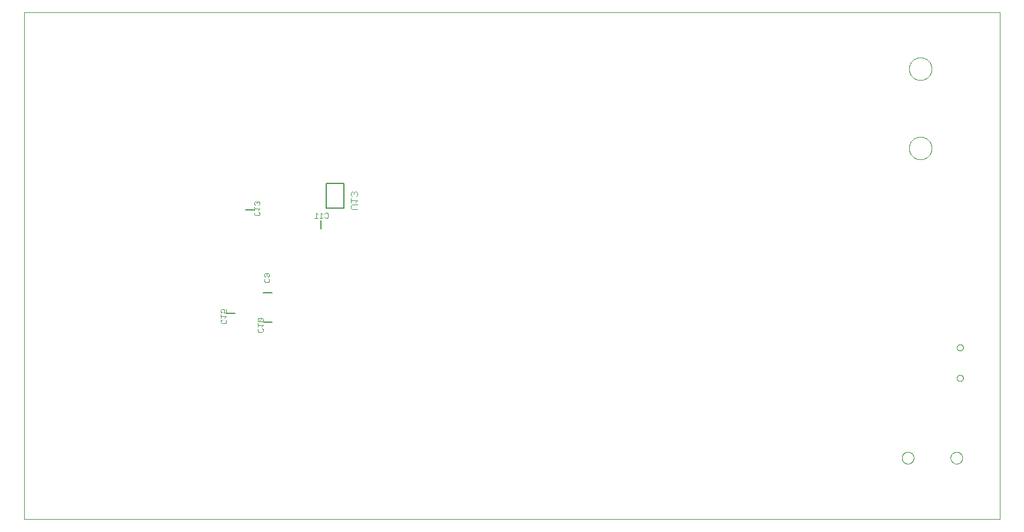
<source format=gbo>
G75*
%MOIN*%
%OFA0B0*%
%FSLAX25Y25*%
%IPPOS*%
%LPD*%
%AMOC8*
5,1,8,0,0,1.08239X$1,22.5*
%
%ADD10C,0.00000*%
%ADD11C,0.00500*%
%ADD12C,0.00300*%
D10*
X0001000Y0022394D02*
X0001000Y0309795D01*
X0553100Y0309795D01*
X0553100Y0022394D01*
X0001000Y0022394D01*
X0497754Y0057257D02*
X0497756Y0057372D01*
X0497762Y0057488D01*
X0497772Y0057603D01*
X0497786Y0057718D01*
X0497804Y0057832D01*
X0497826Y0057945D01*
X0497851Y0058058D01*
X0497881Y0058169D01*
X0497914Y0058280D01*
X0497951Y0058389D01*
X0497992Y0058497D01*
X0498037Y0058604D01*
X0498085Y0058709D01*
X0498137Y0058812D01*
X0498193Y0058913D01*
X0498252Y0059013D01*
X0498314Y0059110D01*
X0498380Y0059205D01*
X0498448Y0059298D01*
X0498520Y0059388D01*
X0498595Y0059476D01*
X0498674Y0059561D01*
X0498755Y0059643D01*
X0498838Y0059723D01*
X0498925Y0059799D01*
X0499014Y0059873D01*
X0499105Y0059943D01*
X0499199Y0060011D01*
X0499295Y0060075D01*
X0499394Y0060135D01*
X0499494Y0060192D01*
X0499596Y0060246D01*
X0499700Y0060296D01*
X0499806Y0060343D01*
X0499913Y0060386D01*
X0500022Y0060425D01*
X0500132Y0060460D01*
X0500243Y0060491D01*
X0500355Y0060519D01*
X0500468Y0060543D01*
X0500582Y0060563D01*
X0500697Y0060579D01*
X0500812Y0060591D01*
X0500927Y0060599D01*
X0501042Y0060603D01*
X0501158Y0060603D01*
X0501273Y0060599D01*
X0501388Y0060591D01*
X0501503Y0060579D01*
X0501618Y0060563D01*
X0501732Y0060543D01*
X0501845Y0060519D01*
X0501957Y0060491D01*
X0502068Y0060460D01*
X0502178Y0060425D01*
X0502287Y0060386D01*
X0502394Y0060343D01*
X0502500Y0060296D01*
X0502604Y0060246D01*
X0502706Y0060192D01*
X0502806Y0060135D01*
X0502905Y0060075D01*
X0503001Y0060011D01*
X0503095Y0059943D01*
X0503186Y0059873D01*
X0503275Y0059799D01*
X0503362Y0059723D01*
X0503445Y0059643D01*
X0503526Y0059561D01*
X0503605Y0059476D01*
X0503680Y0059388D01*
X0503752Y0059298D01*
X0503820Y0059205D01*
X0503886Y0059110D01*
X0503948Y0059013D01*
X0504007Y0058913D01*
X0504063Y0058812D01*
X0504115Y0058709D01*
X0504163Y0058604D01*
X0504208Y0058497D01*
X0504249Y0058389D01*
X0504286Y0058280D01*
X0504319Y0058169D01*
X0504349Y0058058D01*
X0504374Y0057945D01*
X0504396Y0057832D01*
X0504414Y0057718D01*
X0504428Y0057603D01*
X0504438Y0057488D01*
X0504444Y0057372D01*
X0504446Y0057257D01*
X0504444Y0057142D01*
X0504438Y0057026D01*
X0504428Y0056911D01*
X0504414Y0056796D01*
X0504396Y0056682D01*
X0504374Y0056569D01*
X0504349Y0056456D01*
X0504319Y0056345D01*
X0504286Y0056234D01*
X0504249Y0056125D01*
X0504208Y0056017D01*
X0504163Y0055910D01*
X0504115Y0055805D01*
X0504063Y0055702D01*
X0504007Y0055601D01*
X0503948Y0055501D01*
X0503886Y0055404D01*
X0503820Y0055309D01*
X0503752Y0055216D01*
X0503680Y0055126D01*
X0503605Y0055038D01*
X0503526Y0054953D01*
X0503445Y0054871D01*
X0503362Y0054791D01*
X0503275Y0054715D01*
X0503186Y0054641D01*
X0503095Y0054571D01*
X0503001Y0054503D01*
X0502905Y0054439D01*
X0502806Y0054379D01*
X0502706Y0054322D01*
X0502604Y0054268D01*
X0502500Y0054218D01*
X0502394Y0054171D01*
X0502287Y0054128D01*
X0502178Y0054089D01*
X0502068Y0054054D01*
X0501957Y0054023D01*
X0501845Y0053995D01*
X0501732Y0053971D01*
X0501618Y0053951D01*
X0501503Y0053935D01*
X0501388Y0053923D01*
X0501273Y0053915D01*
X0501158Y0053911D01*
X0501042Y0053911D01*
X0500927Y0053915D01*
X0500812Y0053923D01*
X0500697Y0053935D01*
X0500582Y0053951D01*
X0500468Y0053971D01*
X0500355Y0053995D01*
X0500243Y0054023D01*
X0500132Y0054054D01*
X0500022Y0054089D01*
X0499913Y0054128D01*
X0499806Y0054171D01*
X0499700Y0054218D01*
X0499596Y0054268D01*
X0499494Y0054322D01*
X0499394Y0054379D01*
X0499295Y0054439D01*
X0499199Y0054503D01*
X0499105Y0054571D01*
X0499014Y0054641D01*
X0498925Y0054715D01*
X0498838Y0054791D01*
X0498755Y0054871D01*
X0498674Y0054953D01*
X0498595Y0055038D01*
X0498520Y0055126D01*
X0498448Y0055216D01*
X0498380Y0055309D01*
X0498314Y0055404D01*
X0498252Y0055501D01*
X0498193Y0055601D01*
X0498137Y0055702D01*
X0498085Y0055805D01*
X0498037Y0055910D01*
X0497992Y0056017D01*
X0497951Y0056125D01*
X0497914Y0056234D01*
X0497881Y0056345D01*
X0497851Y0056456D01*
X0497826Y0056569D01*
X0497804Y0056682D01*
X0497786Y0056796D01*
X0497772Y0056911D01*
X0497762Y0057026D01*
X0497756Y0057142D01*
X0497754Y0057257D01*
X0525313Y0057257D02*
X0525315Y0057372D01*
X0525321Y0057488D01*
X0525331Y0057603D01*
X0525345Y0057718D01*
X0525363Y0057832D01*
X0525385Y0057945D01*
X0525410Y0058058D01*
X0525440Y0058169D01*
X0525473Y0058280D01*
X0525510Y0058389D01*
X0525551Y0058497D01*
X0525596Y0058604D01*
X0525644Y0058709D01*
X0525696Y0058812D01*
X0525752Y0058913D01*
X0525811Y0059013D01*
X0525873Y0059110D01*
X0525939Y0059205D01*
X0526007Y0059298D01*
X0526079Y0059388D01*
X0526154Y0059476D01*
X0526233Y0059561D01*
X0526314Y0059643D01*
X0526397Y0059723D01*
X0526484Y0059799D01*
X0526573Y0059873D01*
X0526664Y0059943D01*
X0526758Y0060011D01*
X0526854Y0060075D01*
X0526953Y0060135D01*
X0527053Y0060192D01*
X0527155Y0060246D01*
X0527259Y0060296D01*
X0527365Y0060343D01*
X0527472Y0060386D01*
X0527581Y0060425D01*
X0527691Y0060460D01*
X0527802Y0060491D01*
X0527914Y0060519D01*
X0528027Y0060543D01*
X0528141Y0060563D01*
X0528256Y0060579D01*
X0528371Y0060591D01*
X0528486Y0060599D01*
X0528601Y0060603D01*
X0528717Y0060603D01*
X0528832Y0060599D01*
X0528947Y0060591D01*
X0529062Y0060579D01*
X0529177Y0060563D01*
X0529291Y0060543D01*
X0529404Y0060519D01*
X0529516Y0060491D01*
X0529627Y0060460D01*
X0529737Y0060425D01*
X0529846Y0060386D01*
X0529953Y0060343D01*
X0530059Y0060296D01*
X0530163Y0060246D01*
X0530265Y0060192D01*
X0530365Y0060135D01*
X0530464Y0060075D01*
X0530560Y0060011D01*
X0530654Y0059943D01*
X0530745Y0059873D01*
X0530834Y0059799D01*
X0530921Y0059723D01*
X0531004Y0059643D01*
X0531085Y0059561D01*
X0531164Y0059476D01*
X0531239Y0059388D01*
X0531311Y0059298D01*
X0531379Y0059205D01*
X0531445Y0059110D01*
X0531507Y0059013D01*
X0531566Y0058913D01*
X0531622Y0058812D01*
X0531674Y0058709D01*
X0531722Y0058604D01*
X0531767Y0058497D01*
X0531808Y0058389D01*
X0531845Y0058280D01*
X0531878Y0058169D01*
X0531908Y0058058D01*
X0531933Y0057945D01*
X0531955Y0057832D01*
X0531973Y0057718D01*
X0531987Y0057603D01*
X0531997Y0057488D01*
X0532003Y0057372D01*
X0532005Y0057257D01*
X0532003Y0057142D01*
X0531997Y0057026D01*
X0531987Y0056911D01*
X0531973Y0056796D01*
X0531955Y0056682D01*
X0531933Y0056569D01*
X0531908Y0056456D01*
X0531878Y0056345D01*
X0531845Y0056234D01*
X0531808Y0056125D01*
X0531767Y0056017D01*
X0531722Y0055910D01*
X0531674Y0055805D01*
X0531622Y0055702D01*
X0531566Y0055601D01*
X0531507Y0055501D01*
X0531445Y0055404D01*
X0531379Y0055309D01*
X0531311Y0055216D01*
X0531239Y0055126D01*
X0531164Y0055038D01*
X0531085Y0054953D01*
X0531004Y0054871D01*
X0530921Y0054791D01*
X0530834Y0054715D01*
X0530745Y0054641D01*
X0530654Y0054571D01*
X0530560Y0054503D01*
X0530464Y0054439D01*
X0530365Y0054379D01*
X0530265Y0054322D01*
X0530163Y0054268D01*
X0530059Y0054218D01*
X0529953Y0054171D01*
X0529846Y0054128D01*
X0529737Y0054089D01*
X0529627Y0054054D01*
X0529516Y0054023D01*
X0529404Y0053995D01*
X0529291Y0053971D01*
X0529177Y0053951D01*
X0529062Y0053935D01*
X0528947Y0053923D01*
X0528832Y0053915D01*
X0528717Y0053911D01*
X0528601Y0053911D01*
X0528486Y0053915D01*
X0528371Y0053923D01*
X0528256Y0053935D01*
X0528141Y0053951D01*
X0528027Y0053971D01*
X0527914Y0053995D01*
X0527802Y0054023D01*
X0527691Y0054054D01*
X0527581Y0054089D01*
X0527472Y0054128D01*
X0527365Y0054171D01*
X0527259Y0054218D01*
X0527155Y0054268D01*
X0527053Y0054322D01*
X0526953Y0054379D01*
X0526854Y0054439D01*
X0526758Y0054503D01*
X0526664Y0054571D01*
X0526573Y0054641D01*
X0526484Y0054715D01*
X0526397Y0054791D01*
X0526314Y0054871D01*
X0526233Y0054953D01*
X0526154Y0055038D01*
X0526079Y0055126D01*
X0526007Y0055216D01*
X0525939Y0055309D01*
X0525873Y0055404D01*
X0525811Y0055501D01*
X0525752Y0055601D01*
X0525696Y0055702D01*
X0525644Y0055805D01*
X0525596Y0055910D01*
X0525551Y0056017D01*
X0525510Y0056125D01*
X0525473Y0056234D01*
X0525440Y0056345D01*
X0525410Y0056456D01*
X0525385Y0056569D01*
X0525363Y0056682D01*
X0525345Y0056796D01*
X0525331Y0056911D01*
X0525321Y0057026D01*
X0525315Y0057142D01*
X0525313Y0057257D01*
X0528850Y0102486D02*
X0528852Y0102570D01*
X0528858Y0102653D01*
X0528868Y0102736D01*
X0528882Y0102819D01*
X0528899Y0102901D01*
X0528921Y0102982D01*
X0528946Y0103061D01*
X0528975Y0103140D01*
X0529008Y0103217D01*
X0529044Y0103292D01*
X0529084Y0103366D01*
X0529127Y0103438D01*
X0529174Y0103507D01*
X0529224Y0103574D01*
X0529277Y0103639D01*
X0529333Y0103701D01*
X0529391Y0103761D01*
X0529453Y0103818D01*
X0529517Y0103871D01*
X0529584Y0103922D01*
X0529653Y0103969D01*
X0529724Y0104014D01*
X0529797Y0104054D01*
X0529872Y0104091D01*
X0529949Y0104125D01*
X0530027Y0104155D01*
X0530106Y0104181D01*
X0530187Y0104204D01*
X0530269Y0104222D01*
X0530351Y0104237D01*
X0530434Y0104248D01*
X0530517Y0104255D01*
X0530601Y0104258D01*
X0530685Y0104257D01*
X0530768Y0104252D01*
X0530852Y0104243D01*
X0530934Y0104230D01*
X0531016Y0104214D01*
X0531097Y0104193D01*
X0531178Y0104169D01*
X0531256Y0104141D01*
X0531334Y0104109D01*
X0531410Y0104073D01*
X0531484Y0104034D01*
X0531556Y0103992D01*
X0531626Y0103946D01*
X0531694Y0103897D01*
X0531759Y0103845D01*
X0531822Y0103790D01*
X0531882Y0103732D01*
X0531940Y0103671D01*
X0531994Y0103607D01*
X0532046Y0103541D01*
X0532094Y0103473D01*
X0532139Y0103402D01*
X0532180Y0103329D01*
X0532219Y0103255D01*
X0532253Y0103179D01*
X0532284Y0103101D01*
X0532311Y0103022D01*
X0532335Y0102941D01*
X0532354Y0102860D01*
X0532370Y0102778D01*
X0532382Y0102695D01*
X0532390Y0102611D01*
X0532394Y0102528D01*
X0532394Y0102444D01*
X0532390Y0102361D01*
X0532382Y0102277D01*
X0532370Y0102194D01*
X0532354Y0102112D01*
X0532335Y0102031D01*
X0532311Y0101950D01*
X0532284Y0101871D01*
X0532253Y0101793D01*
X0532219Y0101717D01*
X0532180Y0101643D01*
X0532139Y0101570D01*
X0532094Y0101499D01*
X0532046Y0101431D01*
X0531994Y0101365D01*
X0531940Y0101301D01*
X0531882Y0101240D01*
X0531822Y0101182D01*
X0531759Y0101127D01*
X0531694Y0101075D01*
X0531626Y0101026D01*
X0531556Y0100980D01*
X0531484Y0100938D01*
X0531410Y0100899D01*
X0531334Y0100863D01*
X0531256Y0100831D01*
X0531178Y0100803D01*
X0531097Y0100779D01*
X0531016Y0100758D01*
X0530934Y0100742D01*
X0530852Y0100729D01*
X0530768Y0100720D01*
X0530685Y0100715D01*
X0530601Y0100714D01*
X0530517Y0100717D01*
X0530434Y0100724D01*
X0530351Y0100735D01*
X0530269Y0100750D01*
X0530187Y0100768D01*
X0530106Y0100791D01*
X0530027Y0100817D01*
X0529949Y0100847D01*
X0529872Y0100881D01*
X0529797Y0100918D01*
X0529724Y0100958D01*
X0529653Y0101003D01*
X0529584Y0101050D01*
X0529517Y0101101D01*
X0529453Y0101154D01*
X0529391Y0101211D01*
X0529333Y0101271D01*
X0529277Y0101333D01*
X0529224Y0101398D01*
X0529174Y0101465D01*
X0529127Y0101534D01*
X0529084Y0101606D01*
X0529044Y0101680D01*
X0529008Y0101755D01*
X0528975Y0101832D01*
X0528946Y0101911D01*
X0528921Y0101990D01*
X0528899Y0102071D01*
X0528882Y0102153D01*
X0528868Y0102236D01*
X0528858Y0102319D01*
X0528852Y0102402D01*
X0528850Y0102486D01*
X0528850Y0119809D02*
X0528852Y0119893D01*
X0528858Y0119976D01*
X0528868Y0120059D01*
X0528882Y0120142D01*
X0528899Y0120224D01*
X0528921Y0120305D01*
X0528946Y0120384D01*
X0528975Y0120463D01*
X0529008Y0120540D01*
X0529044Y0120615D01*
X0529084Y0120689D01*
X0529127Y0120761D01*
X0529174Y0120830D01*
X0529224Y0120897D01*
X0529277Y0120962D01*
X0529333Y0121024D01*
X0529391Y0121084D01*
X0529453Y0121141D01*
X0529517Y0121194D01*
X0529584Y0121245D01*
X0529653Y0121292D01*
X0529724Y0121337D01*
X0529797Y0121377D01*
X0529872Y0121414D01*
X0529949Y0121448D01*
X0530027Y0121478D01*
X0530106Y0121504D01*
X0530187Y0121527D01*
X0530269Y0121545D01*
X0530351Y0121560D01*
X0530434Y0121571D01*
X0530517Y0121578D01*
X0530601Y0121581D01*
X0530685Y0121580D01*
X0530768Y0121575D01*
X0530852Y0121566D01*
X0530934Y0121553D01*
X0531016Y0121537D01*
X0531097Y0121516D01*
X0531178Y0121492D01*
X0531256Y0121464D01*
X0531334Y0121432D01*
X0531410Y0121396D01*
X0531484Y0121357D01*
X0531556Y0121315D01*
X0531626Y0121269D01*
X0531694Y0121220D01*
X0531759Y0121168D01*
X0531822Y0121113D01*
X0531882Y0121055D01*
X0531940Y0120994D01*
X0531994Y0120930D01*
X0532046Y0120864D01*
X0532094Y0120796D01*
X0532139Y0120725D01*
X0532180Y0120652D01*
X0532219Y0120578D01*
X0532253Y0120502D01*
X0532284Y0120424D01*
X0532311Y0120345D01*
X0532335Y0120264D01*
X0532354Y0120183D01*
X0532370Y0120101D01*
X0532382Y0120018D01*
X0532390Y0119934D01*
X0532394Y0119851D01*
X0532394Y0119767D01*
X0532390Y0119684D01*
X0532382Y0119600D01*
X0532370Y0119517D01*
X0532354Y0119435D01*
X0532335Y0119354D01*
X0532311Y0119273D01*
X0532284Y0119194D01*
X0532253Y0119116D01*
X0532219Y0119040D01*
X0532180Y0118966D01*
X0532139Y0118893D01*
X0532094Y0118822D01*
X0532046Y0118754D01*
X0531994Y0118688D01*
X0531940Y0118624D01*
X0531882Y0118563D01*
X0531822Y0118505D01*
X0531759Y0118450D01*
X0531694Y0118398D01*
X0531626Y0118349D01*
X0531556Y0118303D01*
X0531484Y0118261D01*
X0531410Y0118222D01*
X0531334Y0118186D01*
X0531256Y0118154D01*
X0531178Y0118126D01*
X0531097Y0118102D01*
X0531016Y0118081D01*
X0530934Y0118065D01*
X0530852Y0118052D01*
X0530768Y0118043D01*
X0530685Y0118038D01*
X0530601Y0118037D01*
X0530517Y0118040D01*
X0530434Y0118047D01*
X0530351Y0118058D01*
X0530269Y0118073D01*
X0530187Y0118091D01*
X0530106Y0118114D01*
X0530027Y0118140D01*
X0529949Y0118170D01*
X0529872Y0118204D01*
X0529797Y0118241D01*
X0529724Y0118281D01*
X0529653Y0118326D01*
X0529584Y0118373D01*
X0529517Y0118424D01*
X0529453Y0118477D01*
X0529391Y0118534D01*
X0529333Y0118594D01*
X0529277Y0118656D01*
X0529224Y0118721D01*
X0529174Y0118788D01*
X0529127Y0118857D01*
X0529084Y0118929D01*
X0529044Y0119003D01*
X0529008Y0119078D01*
X0528975Y0119155D01*
X0528946Y0119234D01*
X0528921Y0119313D01*
X0528899Y0119394D01*
X0528882Y0119476D01*
X0528868Y0119559D01*
X0528858Y0119642D01*
X0528852Y0119725D01*
X0528850Y0119809D01*
X0501800Y0232857D02*
X0501802Y0233017D01*
X0501808Y0233176D01*
X0501818Y0233335D01*
X0501832Y0233494D01*
X0501850Y0233653D01*
X0501871Y0233811D01*
X0501897Y0233968D01*
X0501927Y0234125D01*
X0501960Y0234281D01*
X0501998Y0234436D01*
X0502039Y0234590D01*
X0502084Y0234743D01*
X0502133Y0234895D01*
X0502186Y0235046D01*
X0502242Y0235195D01*
X0502303Y0235343D01*
X0502366Y0235489D01*
X0502434Y0235634D01*
X0502505Y0235777D01*
X0502579Y0235918D01*
X0502657Y0236057D01*
X0502739Y0236194D01*
X0502824Y0236329D01*
X0502912Y0236462D01*
X0503004Y0236593D01*
X0503098Y0236721D01*
X0503196Y0236847D01*
X0503297Y0236971D01*
X0503401Y0237092D01*
X0503508Y0237210D01*
X0503618Y0237326D01*
X0503731Y0237439D01*
X0503847Y0237549D01*
X0503965Y0237656D01*
X0504086Y0237760D01*
X0504210Y0237861D01*
X0504336Y0237959D01*
X0504464Y0238053D01*
X0504595Y0238145D01*
X0504728Y0238233D01*
X0504863Y0238318D01*
X0505000Y0238400D01*
X0505139Y0238478D01*
X0505280Y0238552D01*
X0505423Y0238623D01*
X0505568Y0238691D01*
X0505714Y0238754D01*
X0505862Y0238815D01*
X0506011Y0238871D01*
X0506162Y0238924D01*
X0506314Y0238973D01*
X0506467Y0239018D01*
X0506621Y0239059D01*
X0506776Y0239097D01*
X0506932Y0239130D01*
X0507089Y0239160D01*
X0507246Y0239186D01*
X0507404Y0239207D01*
X0507563Y0239225D01*
X0507722Y0239239D01*
X0507881Y0239249D01*
X0508040Y0239255D01*
X0508200Y0239257D01*
X0508360Y0239255D01*
X0508519Y0239249D01*
X0508678Y0239239D01*
X0508837Y0239225D01*
X0508996Y0239207D01*
X0509154Y0239186D01*
X0509311Y0239160D01*
X0509468Y0239130D01*
X0509624Y0239097D01*
X0509779Y0239059D01*
X0509933Y0239018D01*
X0510086Y0238973D01*
X0510238Y0238924D01*
X0510389Y0238871D01*
X0510538Y0238815D01*
X0510686Y0238754D01*
X0510832Y0238691D01*
X0510977Y0238623D01*
X0511120Y0238552D01*
X0511261Y0238478D01*
X0511400Y0238400D01*
X0511537Y0238318D01*
X0511672Y0238233D01*
X0511805Y0238145D01*
X0511936Y0238053D01*
X0512064Y0237959D01*
X0512190Y0237861D01*
X0512314Y0237760D01*
X0512435Y0237656D01*
X0512553Y0237549D01*
X0512669Y0237439D01*
X0512782Y0237326D01*
X0512892Y0237210D01*
X0512999Y0237092D01*
X0513103Y0236971D01*
X0513204Y0236847D01*
X0513302Y0236721D01*
X0513396Y0236593D01*
X0513488Y0236462D01*
X0513576Y0236329D01*
X0513661Y0236194D01*
X0513743Y0236057D01*
X0513821Y0235918D01*
X0513895Y0235777D01*
X0513966Y0235634D01*
X0514034Y0235489D01*
X0514097Y0235343D01*
X0514158Y0235195D01*
X0514214Y0235046D01*
X0514267Y0234895D01*
X0514316Y0234743D01*
X0514361Y0234590D01*
X0514402Y0234436D01*
X0514440Y0234281D01*
X0514473Y0234125D01*
X0514503Y0233968D01*
X0514529Y0233811D01*
X0514550Y0233653D01*
X0514568Y0233494D01*
X0514582Y0233335D01*
X0514592Y0233176D01*
X0514598Y0233017D01*
X0514600Y0232857D01*
X0514598Y0232697D01*
X0514592Y0232538D01*
X0514582Y0232379D01*
X0514568Y0232220D01*
X0514550Y0232061D01*
X0514529Y0231903D01*
X0514503Y0231746D01*
X0514473Y0231589D01*
X0514440Y0231433D01*
X0514402Y0231278D01*
X0514361Y0231124D01*
X0514316Y0230971D01*
X0514267Y0230819D01*
X0514214Y0230668D01*
X0514158Y0230519D01*
X0514097Y0230371D01*
X0514034Y0230225D01*
X0513966Y0230080D01*
X0513895Y0229937D01*
X0513821Y0229796D01*
X0513743Y0229657D01*
X0513661Y0229520D01*
X0513576Y0229385D01*
X0513488Y0229252D01*
X0513396Y0229121D01*
X0513302Y0228993D01*
X0513204Y0228867D01*
X0513103Y0228743D01*
X0512999Y0228622D01*
X0512892Y0228504D01*
X0512782Y0228388D01*
X0512669Y0228275D01*
X0512553Y0228165D01*
X0512435Y0228058D01*
X0512314Y0227954D01*
X0512190Y0227853D01*
X0512064Y0227755D01*
X0511936Y0227661D01*
X0511805Y0227569D01*
X0511672Y0227481D01*
X0511537Y0227396D01*
X0511400Y0227314D01*
X0511261Y0227236D01*
X0511120Y0227162D01*
X0510977Y0227091D01*
X0510832Y0227023D01*
X0510686Y0226960D01*
X0510538Y0226899D01*
X0510389Y0226843D01*
X0510238Y0226790D01*
X0510086Y0226741D01*
X0509933Y0226696D01*
X0509779Y0226655D01*
X0509624Y0226617D01*
X0509468Y0226584D01*
X0509311Y0226554D01*
X0509154Y0226528D01*
X0508996Y0226507D01*
X0508837Y0226489D01*
X0508678Y0226475D01*
X0508519Y0226465D01*
X0508360Y0226459D01*
X0508200Y0226457D01*
X0508040Y0226459D01*
X0507881Y0226465D01*
X0507722Y0226475D01*
X0507563Y0226489D01*
X0507404Y0226507D01*
X0507246Y0226528D01*
X0507089Y0226554D01*
X0506932Y0226584D01*
X0506776Y0226617D01*
X0506621Y0226655D01*
X0506467Y0226696D01*
X0506314Y0226741D01*
X0506162Y0226790D01*
X0506011Y0226843D01*
X0505862Y0226899D01*
X0505714Y0226960D01*
X0505568Y0227023D01*
X0505423Y0227091D01*
X0505280Y0227162D01*
X0505139Y0227236D01*
X0505000Y0227314D01*
X0504863Y0227396D01*
X0504728Y0227481D01*
X0504595Y0227569D01*
X0504464Y0227661D01*
X0504336Y0227755D01*
X0504210Y0227853D01*
X0504086Y0227954D01*
X0503965Y0228058D01*
X0503847Y0228165D01*
X0503731Y0228275D01*
X0503618Y0228388D01*
X0503508Y0228504D01*
X0503401Y0228622D01*
X0503297Y0228743D01*
X0503196Y0228867D01*
X0503098Y0228993D01*
X0503004Y0229121D01*
X0502912Y0229252D01*
X0502824Y0229385D01*
X0502739Y0229520D01*
X0502657Y0229657D01*
X0502579Y0229796D01*
X0502505Y0229937D01*
X0502434Y0230080D01*
X0502366Y0230225D01*
X0502303Y0230371D01*
X0502242Y0230519D01*
X0502186Y0230668D01*
X0502133Y0230819D01*
X0502084Y0230971D01*
X0502039Y0231124D01*
X0501998Y0231278D01*
X0501960Y0231433D01*
X0501927Y0231589D01*
X0501897Y0231746D01*
X0501871Y0231903D01*
X0501850Y0232061D01*
X0501832Y0232220D01*
X0501818Y0232379D01*
X0501808Y0232538D01*
X0501802Y0232697D01*
X0501800Y0232857D01*
X0501800Y0277857D02*
X0501802Y0278017D01*
X0501808Y0278176D01*
X0501818Y0278335D01*
X0501832Y0278494D01*
X0501850Y0278653D01*
X0501871Y0278811D01*
X0501897Y0278968D01*
X0501927Y0279125D01*
X0501960Y0279281D01*
X0501998Y0279436D01*
X0502039Y0279590D01*
X0502084Y0279743D01*
X0502133Y0279895D01*
X0502186Y0280046D01*
X0502242Y0280195D01*
X0502303Y0280343D01*
X0502366Y0280489D01*
X0502434Y0280634D01*
X0502505Y0280777D01*
X0502579Y0280918D01*
X0502657Y0281057D01*
X0502739Y0281194D01*
X0502824Y0281329D01*
X0502912Y0281462D01*
X0503004Y0281593D01*
X0503098Y0281721D01*
X0503196Y0281847D01*
X0503297Y0281971D01*
X0503401Y0282092D01*
X0503508Y0282210D01*
X0503618Y0282326D01*
X0503731Y0282439D01*
X0503847Y0282549D01*
X0503965Y0282656D01*
X0504086Y0282760D01*
X0504210Y0282861D01*
X0504336Y0282959D01*
X0504464Y0283053D01*
X0504595Y0283145D01*
X0504728Y0283233D01*
X0504863Y0283318D01*
X0505000Y0283400D01*
X0505139Y0283478D01*
X0505280Y0283552D01*
X0505423Y0283623D01*
X0505568Y0283691D01*
X0505714Y0283754D01*
X0505862Y0283815D01*
X0506011Y0283871D01*
X0506162Y0283924D01*
X0506314Y0283973D01*
X0506467Y0284018D01*
X0506621Y0284059D01*
X0506776Y0284097D01*
X0506932Y0284130D01*
X0507089Y0284160D01*
X0507246Y0284186D01*
X0507404Y0284207D01*
X0507563Y0284225D01*
X0507722Y0284239D01*
X0507881Y0284249D01*
X0508040Y0284255D01*
X0508200Y0284257D01*
X0508360Y0284255D01*
X0508519Y0284249D01*
X0508678Y0284239D01*
X0508837Y0284225D01*
X0508996Y0284207D01*
X0509154Y0284186D01*
X0509311Y0284160D01*
X0509468Y0284130D01*
X0509624Y0284097D01*
X0509779Y0284059D01*
X0509933Y0284018D01*
X0510086Y0283973D01*
X0510238Y0283924D01*
X0510389Y0283871D01*
X0510538Y0283815D01*
X0510686Y0283754D01*
X0510832Y0283691D01*
X0510977Y0283623D01*
X0511120Y0283552D01*
X0511261Y0283478D01*
X0511400Y0283400D01*
X0511537Y0283318D01*
X0511672Y0283233D01*
X0511805Y0283145D01*
X0511936Y0283053D01*
X0512064Y0282959D01*
X0512190Y0282861D01*
X0512314Y0282760D01*
X0512435Y0282656D01*
X0512553Y0282549D01*
X0512669Y0282439D01*
X0512782Y0282326D01*
X0512892Y0282210D01*
X0512999Y0282092D01*
X0513103Y0281971D01*
X0513204Y0281847D01*
X0513302Y0281721D01*
X0513396Y0281593D01*
X0513488Y0281462D01*
X0513576Y0281329D01*
X0513661Y0281194D01*
X0513743Y0281057D01*
X0513821Y0280918D01*
X0513895Y0280777D01*
X0513966Y0280634D01*
X0514034Y0280489D01*
X0514097Y0280343D01*
X0514158Y0280195D01*
X0514214Y0280046D01*
X0514267Y0279895D01*
X0514316Y0279743D01*
X0514361Y0279590D01*
X0514402Y0279436D01*
X0514440Y0279281D01*
X0514473Y0279125D01*
X0514503Y0278968D01*
X0514529Y0278811D01*
X0514550Y0278653D01*
X0514568Y0278494D01*
X0514582Y0278335D01*
X0514592Y0278176D01*
X0514598Y0278017D01*
X0514600Y0277857D01*
X0514598Y0277697D01*
X0514592Y0277538D01*
X0514582Y0277379D01*
X0514568Y0277220D01*
X0514550Y0277061D01*
X0514529Y0276903D01*
X0514503Y0276746D01*
X0514473Y0276589D01*
X0514440Y0276433D01*
X0514402Y0276278D01*
X0514361Y0276124D01*
X0514316Y0275971D01*
X0514267Y0275819D01*
X0514214Y0275668D01*
X0514158Y0275519D01*
X0514097Y0275371D01*
X0514034Y0275225D01*
X0513966Y0275080D01*
X0513895Y0274937D01*
X0513821Y0274796D01*
X0513743Y0274657D01*
X0513661Y0274520D01*
X0513576Y0274385D01*
X0513488Y0274252D01*
X0513396Y0274121D01*
X0513302Y0273993D01*
X0513204Y0273867D01*
X0513103Y0273743D01*
X0512999Y0273622D01*
X0512892Y0273504D01*
X0512782Y0273388D01*
X0512669Y0273275D01*
X0512553Y0273165D01*
X0512435Y0273058D01*
X0512314Y0272954D01*
X0512190Y0272853D01*
X0512064Y0272755D01*
X0511936Y0272661D01*
X0511805Y0272569D01*
X0511672Y0272481D01*
X0511537Y0272396D01*
X0511400Y0272314D01*
X0511261Y0272236D01*
X0511120Y0272162D01*
X0510977Y0272091D01*
X0510832Y0272023D01*
X0510686Y0271960D01*
X0510538Y0271899D01*
X0510389Y0271843D01*
X0510238Y0271790D01*
X0510086Y0271741D01*
X0509933Y0271696D01*
X0509779Y0271655D01*
X0509624Y0271617D01*
X0509468Y0271584D01*
X0509311Y0271554D01*
X0509154Y0271528D01*
X0508996Y0271507D01*
X0508837Y0271489D01*
X0508678Y0271475D01*
X0508519Y0271465D01*
X0508360Y0271459D01*
X0508200Y0271457D01*
X0508040Y0271459D01*
X0507881Y0271465D01*
X0507722Y0271475D01*
X0507563Y0271489D01*
X0507404Y0271507D01*
X0507246Y0271528D01*
X0507089Y0271554D01*
X0506932Y0271584D01*
X0506776Y0271617D01*
X0506621Y0271655D01*
X0506467Y0271696D01*
X0506314Y0271741D01*
X0506162Y0271790D01*
X0506011Y0271843D01*
X0505862Y0271899D01*
X0505714Y0271960D01*
X0505568Y0272023D01*
X0505423Y0272091D01*
X0505280Y0272162D01*
X0505139Y0272236D01*
X0505000Y0272314D01*
X0504863Y0272396D01*
X0504728Y0272481D01*
X0504595Y0272569D01*
X0504464Y0272661D01*
X0504336Y0272755D01*
X0504210Y0272853D01*
X0504086Y0272954D01*
X0503965Y0273058D01*
X0503847Y0273165D01*
X0503731Y0273275D01*
X0503618Y0273388D01*
X0503508Y0273504D01*
X0503401Y0273622D01*
X0503297Y0273743D01*
X0503196Y0273867D01*
X0503098Y0273993D01*
X0503004Y0274121D01*
X0502912Y0274252D01*
X0502824Y0274385D01*
X0502739Y0274520D01*
X0502657Y0274657D01*
X0502579Y0274796D01*
X0502505Y0274937D01*
X0502434Y0275080D01*
X0502366Y0275225D01*
X0502303Y0275371D01*
X0502242Y0275519D01*
X0502186Y0275668D01*
X0502133Y0275819D01*
X0502084Y0275971D01*
X0502039Y0276124D01*
X0501998Y0276278D01*
X0501960Y0276433D01*
X0501927Y0276589D01*
X0501897Y0276746D01*
X0501871Y0276903D01*
X0501850Y0277061D01*
X0501832Y0277220D01*
X0501818Y0277379D01*
X0501808Y0277538D01*
X0501802Y0277697D01*
X0501800Y0277857D01*
D11*
X0182018Y0212794D02*
X0182018Y0199014D01*
X0171782Y0199014D01*
X0171782Y0212794D01*
X0182018Y0212794D01*
X0169000Y0191857D02*
X0169000Y0187057D01*
X0130900Y0197757D02*
X0126100Y0197757D01*
X0136300Y0150707D02*
X0141100Y0150707D01*
X0120300Y0139157D02*
X0115500Y0139157D01*
X0136400Y0134157D02*
X0141200Y0134157D01*
D12*
X0136093Y0134994D02*
X0136093Y0135961D01*
X0135610Y0136445D01*
X0133675Y0134510D01*
X0133191Y0134994D01*
X0133191Y0135961D01*
X0133675Y0136445D01*
X0135610Y0136445D01*
X0136093Y0134994D02*
X0135610Y0134510D01*
X0133675Y0134510D01*
X0133191Y0133498D02*
X0133191Y0131563D01*
X0133191Y0132531D02*
X0136093Y0132531D01*
X0135126Y0131563D01*
X0135610Y0130552D02*
X0136093Y0130068D01*
X0136093Y0129101D01*
X0135610Y0128617D01*
X0133675Y0128617D01*
X0133191Y0129101D01*
X0133191Y0130068D01*
X0133675Y0130552D01*
X0115193Y0134101D02*
X0114710Y0133617D01*
X0112775Y0133617D01*
X0112291Y0134101D01*
X0112291Y0135068D01*
X0112775Y0135552D01*
X0112291Y0136563D02*
X0112291Y0138498D01*
X0112291Y0137531D02*
X0115193Y0137531D01*
X0114226Y0136563D01*
X0114710Y0135552D02*
X0115193Y0135068D01*
X0115193Y0134101D01*
X0115193Y0139510D02*
X0113742Y0139510D01*
X0114226Y0140477D01*
X0114226Y0140961D01*
X0113742Y0141445D01*
X0112775Y0141445D01*
X0112291Y0140961D01*
X0112291Y0139994D01*
X0112775Y0139510D01*
X0115193Y0139510D02*
X0115193Y0141445D01*
X0136791Y0157497D02*
X0136791Y0158465D01*
X0137275Y0158948D01*
X0137275Y0159960D02*
X0136791Y0160444D01*
X0136791Y0161411D01*
X0137275Y0161895D01*
X0139210Y0161895D01*
X0139693Y0161411D01*
X0139693Y0160444D01*
X0139210Y0159960D01*
X0138726Y0159960D01*
X0138242Y0160444D01*
X0138242Y0161895D01*
X0139210Y0158948D02*
X0139693Y0158465D01*
X0139693Y0157497D01*
X0139210Y0157013D01*
X0137275Y0157013D01*
X0136791Y0157497D01*
X0133628Y0194757D02*
X0131693Y0194757D01*
X0131209Y0195241D01*
X0131209Y0196208D01*
X0131693Y0196692D01*
X0131209Y0197704D02*
X0131209Y0199639D01*
X0131209Y0198671D02*
X0134112Y0198671D01*
X0133144Y0197704D01*
X0133628Y0196692D02*
X0134112Y0196208D01*
X0134112Y0195241D01*
X0133628Y0194757D01*
X0133628Y0200650D02*
X0134112Y0201134D01*
X0134112Y0202101D01*
X0133628Y0202585D01*
X0133144Y0202585D01*
X0132660Y0202101D01*
X0132177Y0202585D01*
X0131693Y0202585D01*
X0131209Y0202101D01*
X0131209Y0201134D01*
X0131693Y0200650D01*
X0132660Y0201618D02*
X0132660Y0202101D01*
X0165112Y0193248D02*
X0167047Y0193248D01*
X0166079Y0193248D02*
X0166079Y0196150D01*
X0167047Y0195183D01*
X0168058Y0193248D02*
X0169993Y0193248D01*
X0169026Y0193248D02*
X0169026Y0196150D01*
X0169993Y0195183D01*
X0171005Y0195666D02*
X0171489Y0196150D01*
X0172456Y0196150D01*
X0172940Y0195666D01*
X0172940Y0193731D01*
X0172456Y0193248D01*
X0171489Y0193248D01*
X0171005Y0193731D01*
X0185744Y0198874D02*
X0185744Y0200108D01*
X0186362Y0200725D01*
X0189448Y0200725D01*
X0188213Y0201940D02*
X0189448Y0203174D01*
X0185744Y0203174D01*
X0185744Y0201940D02*
X0185744Y0204408D01*
X0186362Y0205623D02*
X0185744Y0206240D01*
X0185744Y0207474D01*
X0186362Y0208092D01*
X0186979Y0208092D01*
X0187596Y0207474D01*
X0187596Y0206857D01*
X0187596Y0207474D02*
X0188213Y0208092D01*
X0188830Y0208092D01*
X0189448Y0207474D01*
X0189448Y0206240D01*
X0188830Y0205623D01*
X0189448Y0198257D02*
X0186362Y0198257D01*
X0185744Y0198874D01*
M02*

</source>
